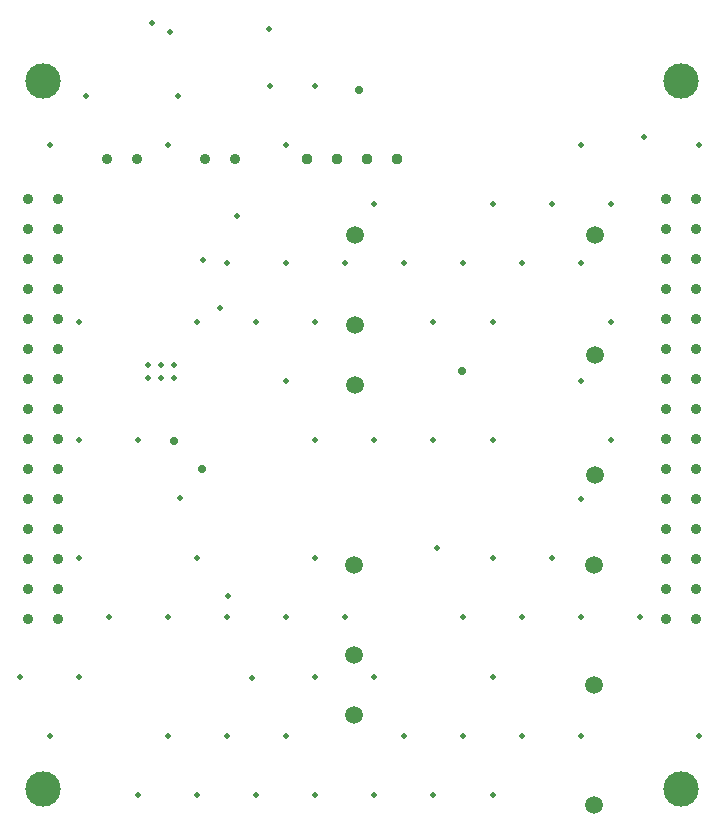
<source format=gbr>
G04 Layer_Color=0*
%FSLAX26Y26*%
%MOIN*%
%TF.FileFunction,Plated,1,4,PTH,Drill*%
%TF.Part,Single*%
G01*
G75*
%TA.AperFunction,ComponentDrill*%
%ADD97C,0.035433*%
%ADD98C,0.059055*%
%ADD99C,0.059055*%
%ADD100C,0.035827*%
%ADD101C,0.037402*%
%TA.AperFunction,OtherDrill,Free Pad (2125.985mil,2362.204mil)*%
%ADD102C,0.118110*%
%TA.AperFunction,OtherDrill,Free Pad (0mil,2362.204mil)*%
%ADD103C,0.118110*%
%TA.AperFunction,OtherDrill,Free Pad (2125.984mil,0mil)*%
%ADD104C,0.118110*%
%TA.AperFunction,OtherDrill,Free Pad (0mil,0mil)*%
%ADD105C,0.118110*%
%TA.AperFunction,ViaDrill,NotFilled*%
%ADD106C,0.019685*%
%ADD107C,0.028000*%
D97*
X2075984Y568504D02*
D03*
X2175984D02*
D03*
X2075984Y668504D02*
D03*
X2175984D02*
D03*
X2075984Y768504D02*
D03*
X2175984D02*
D03*
X2075984Y868504D02*
D03*
X2175984D02*
D03*
X2075984Y968504D02*
D03*
X2175984D02*
D03*
X2075984Y1068504D02*
D03*
X2175984D02*
D03*
X2075984Y1168504D02*
D03*
X2175984D02*
D03*
X2075984Y1268504D02*
D03*
X2175984D02*
D03*
X2075984Y1368504D02*
D03*
X2175984D02*
D03*
X2075984Y1468504D02*
D03*
X2175984D02*
D03*
X2075984Y1568504D02*
D03*
X2175984D02*
D03*
X2075984Y1668504D02*
D03*
X2175984D02*
D03*
X2075984Y1768504D02*
D03*
X2175984D02*
D03*
X2075984Y1868504D02*
D03*
X2175984D02*
D03*
X2075984Y1968504D02*
D03*
X2175984D02*
D03*
X-50000Y568504D02*
D03*
X50000D02*
D03*
X-50000Y668504D02*
D03*
X50000D02*
D03*
X-50000Y768504D02*
D03*
X50000D02*
D03*
X-50000Y868504D02*
D03*
X50000D02*
D03*
X-50000Y968504D02*
D03*
X50000D02*
D03*
X-50000Y1068504D02*
D03*
X50000D02*
D03*
X-50000Y1168504D02*
D03*
X50000D02*
D03*
X-50000Y1268504D02*
D03*
X50000D02*
D03*
X-50000Y1368504D02*
D03*
X50000D02*
D03*
X-50000Y1468504D02*
D03*
X50000D02*
D03*
X-50000Y1568504D02*
D03*
X50000D02*
D03*
X-50000Y1668504D02*
D03*
X50000D02*
D03*
X-50000Y1768504D02*
D03*
X50000D02*
D03*
X-50000Y1868504D02*
D03*
X50000D02*
D03*
X-50000Y1968504D02*
D03*
X50000D02*
D03*
D98*
X1840000Y1447000D02*
D03*
X1835000Y347000D02*
D03*
D99*
X1040000Y1847000D02*
D03*
Y1547000D02*
D03*
Y1347000D02*
D03*
X1840000Y1847000D02*
D03*
Y1047000D02*
D03*
X1835000Y-53000D02*
D03*
Y747000D02*
D03*
X1035000Y247000D02*
D03*
Y447000D02*
D03*
Y747000D02*
D03*
D100*
X538976Y2100000D02*
D03*
X638976D02*
D03*
X313976D02*
D03*
X213976D02*
D03*
D101*
X1178976Y2100000D02*
D03*
X1078976D02*
D03*
X978976D02*
D03*
X878976D02*
D03*
D102*
X2125985Y2362204D02*
D03*
D103*
X0D02*
D03*
D104*
X2125984Y0D02*
D03*
D105*
X0D02*
D03*
D106*
X350000Y1415000D02*
D03*
Y1371692D02*
D03*
X393308Y1415000D02*
D03*
Y1371692D02*
D03*
X436614Y1415000D02*
D03*
Y1371692D02*
D03*
X2186473Y2147788D02*
D03*
Y179284D02*
D03*
X1891198Y1950937D02*
D03*
Y1557236D02*
D03*
Y1163536D02*
D03*
X1989623Y572984D02*
D03*
X1792772Y2147788D02*
D03*
X1694347Y1950937D02*
D03*
X1792772Y1754087D02*
D03*
Y1360386D02*
D03*
Y966685D02*
D03*
X1694347Y769835D02*
D03*
X1792772Y572984D02*
D03*
Y179284D02*
D03*
X1497497Y1950937D02*
D03*
X1595922Y1754087D02*
D03*
X1497497Y1557236D02*
D03*
Y1163536D02*
D03*
Y769835D02*
D03*
X1595922Y572984D02*
D03*
X1497497Y376134D02*
D03*
X1595922Y179284D02*
D03*
X1497497Y-17567D02*
D03*
X1399072Y1754087D02*
D03*
X1300646Y1557236D02*
D03*
Y1163536D02*
D03*
X1399072Y572984D02*
D03*
Y179284D02*
D03*
X1300646Y-17567D02*
D03*
X1103796Y1950937D02*
D03*
X1202221Y1754087D02*
D03*
X1103796Y1163536D02*
D03*
Y376134D02*
D03*
X1202221Y179284D02*
D03*
X1103796Y-17567D02*
D03*
X906946Y2344638D02*
D03*
X1005371Y1754087D02*
D03*
X906946Y1557236D02*
D03*
Y1163536D02*
D03*
Y769835D02*
D03*
X1005371Y572984D02*
D03*
X906946Y376134D02*
D03*
Y-17567D02*
D03*
X808520Y2147788D02*
D03*
Y1754087D02*
D03*
X710095Y1557236D02*
D03*
X808520Y1360386D02*
D03*
Y572984D02*
D03*
Y179284D02*
D03*
X710095Y-17567D02*
D03*
X611670Y1754087D02*
D03*
X513245Y1557236D02*
D03*
Y769835D02*
D03*
X611670Y572984D02*
D03*
Y179284D02*
D03*
X513245Y-17567D02*
D03*
X414820Y2147788D02*
D03*
X316394Y1163536D02*
D03*
X414820Y572984D02*
D03*
Y179284D02*
D03*
X316394Y-17567D02*
D03*
X119544Y1557236D02*
D03*
Y1163536D02*
D03*
Y769835D02*
D03*
X217969Y572984D02*
D03*
X119544Y376134D02*
D03*
X21119Y2147788D02*
D03*
X-77306Y376134D02*
D03*
X21119Y179284D02*
D03*
X450000Y2310000D02*
D03*
X141560Y2310574D02*
D03*
X587440Y1603348D02*
D03*
X532440Y1763348D02*
D03*
X645000Y1910000D02*
D03*
X754000Y2535000D02*
D03*
X755985Y2345000D02*
D03*
X360985Y2555000D02*
D03*
X695985Y370000D02*
D03*
X1310985Y805000D02*
D03*
X2000985Y2175000D02*
D03*
X615985Y645000D02*
D03*
X421000Y2526000D02*
D03*
X455985Y970000D02*
D03*
D107*
X437357Y1160000D02*
D03*
X528662Y1069362D02*
D03*
X1395985Y1393346D02*
D03*
X1050985Y2330000D02*
D03*
%TF.MD5,cb4676f79bbece0e4330e57598a7aec9*%
M02*

</source>
